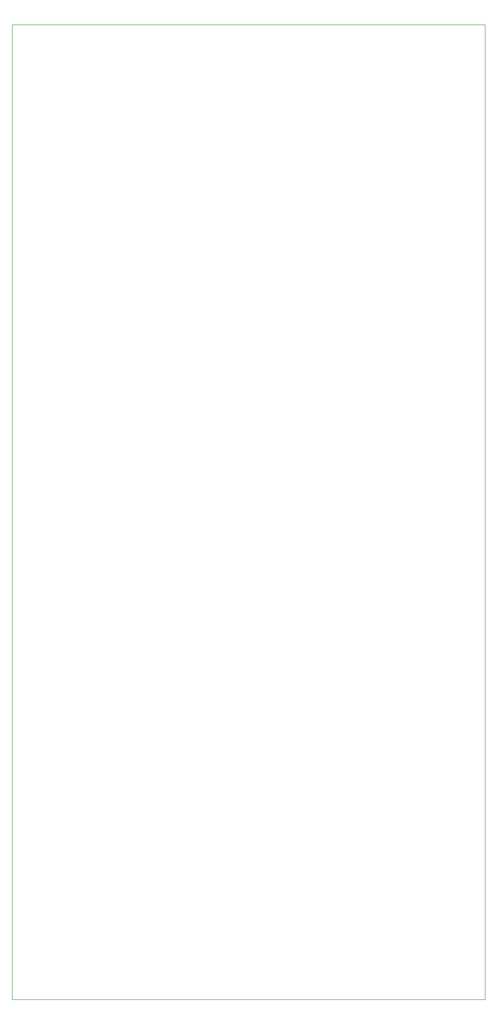
<source format=gbr>
%TF.GenerationSoftware,KiCad,Pcbnew,7.0.11-7.0.11~ubuntu22.04.1*%
%TF.CreationDate,2024-03-17T16:21:49-04:00*%
%TF.ProjectId,keyboard-pcb,6b657962-6f61-4726-942d-7063622e6b69,rev?*%
%TF.SameCoordinates,Original*%
%TF.FileFunction,Profile,NP*%
%FSLAX46Y46*%
G04 Gerber Fmt 4.6, Leading zero omitted, Abs format (unit mm)*
G04 Created by KiCad (PCBNEW 7.0.11-7.0.11~ubuntu22.04.1) date 2024-03-17 16:21:49*
%MOMM*%
%LPD*%
G01*
G04 APERTURE LIST*
%TA.AperFunction,Profile*%
%ADD10C,0.100000*%
%TD*%
G04 APERTURE END LIST*
D10*
X115570000Y-195580000D02*
X29210000Y-195580000D01*
X29210000Y-17780000D02*
X115570000Y-17780000D01*
X115570000Y-17780000D02*
X115570000Y-195580000D01*
X29210000Y-195580000D02*
X29210000Y-17780000D01*
M02*

</source>
